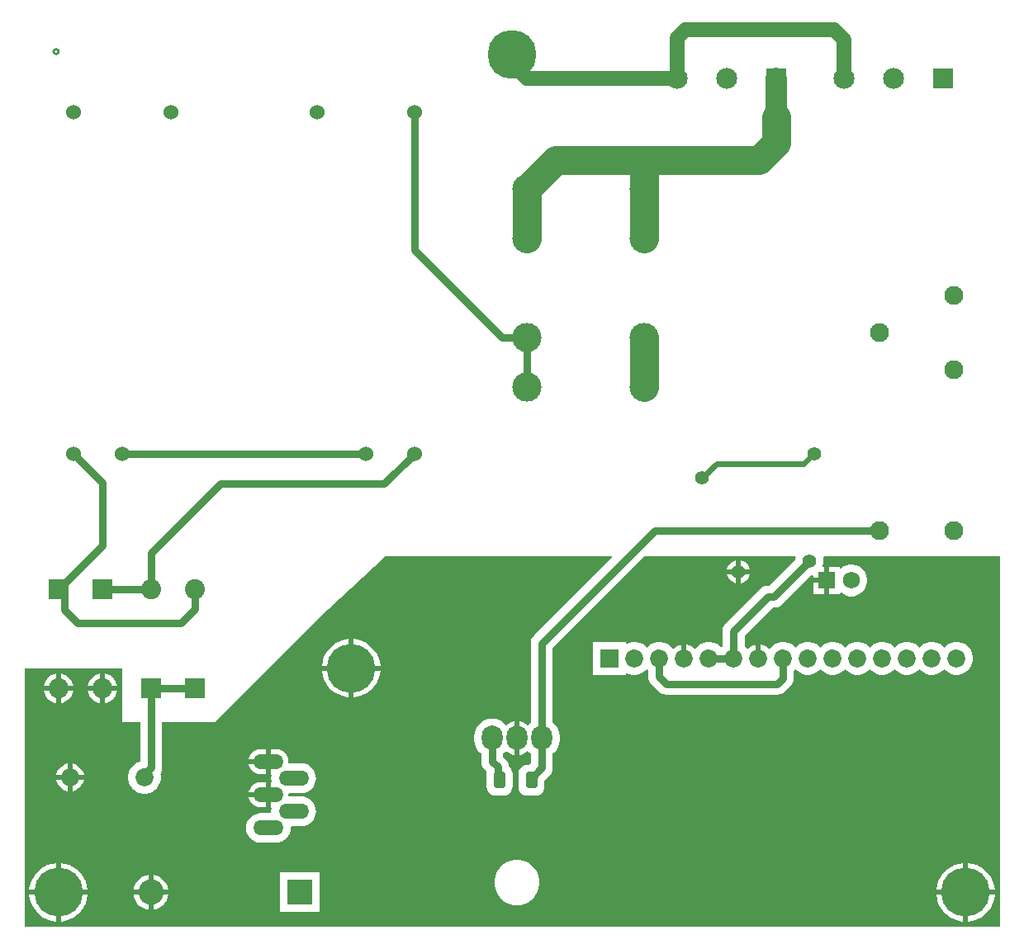
<source format=gbr>
%TF.GenerationSoftware,Altium Limited,Altium Designer,24.0.1 (36)*%
G04 Layer_Physical_Order=2*
G04 Layer_Color=16711680*
%FSLAX45Y45*%
%MOMM*%
%TF.SameCoordinates,95B5C6B2-F670-4A0E-B731-85317CB4A22F*%
%TF.FilePolarity,Positive*%
%TF.FileFunction,Copper,L2,Bot,Signal*%
%TF.Part,Single*%
G01*
G75*
%TA.AperFunction,SMDPad,CuDef*%
G04:AMPARAMS|DCode=10|XSize=1.14mm|YSize=1.63mm|CornerRadius=0.1425mm|HoleSize=0mm|Usage=FLASHONLY|Rotation=0.000|XOffset=0mm|YOffset=0mm|HoleType=Round|Shape=RoundedRectangle|*
%AMROUNDEDRECTD10*
21,1,1.14000,1.34500,0,0,0.0*
21,1,0.85500,1.63000,0,0,0.0*
1,1,0.28500,0.42750,-0.67250*
1,1,0.28500,-0.42750,-0.67250*
1,1,0.28500,-0.42750,0.67250*
1,1,0.28500,0.42750,0.67250*
%
%ADD10ROUNDEDRECTD10*%
%TA.AperFunction,Conductor*%
%ADD21C,0.60000*%
%ADD22C,1.50000*%
%ADD23C,0.75000*%
%ADD24C,3.00000*%
%ADD25C,2.20000*%
%TA.AperFunction,NonConductor*%
%ADD27C,0.25400*%
%TA.AperFunction,ComponentPad*%
%ADD28C,1.85000*%
%ADD29R,1.85000X1.85000*%
%ADD30C,5.00000*%
%ADD31C,2.15000*%
%ADD32R,2.15000X2.15000*%
%ADD33C,3.00000*%
%ADD34C,1.52400*%
%ADD35C,1.95000*%
%ADD36O,2.15000X2.50000*%
%ADD37R,1.75001X1.75001*%
%ADD38C,1.75001*%
%ADD39R,2.05000X2.05000*%
%ADD40C,2.05000*%
%ADD41C,1.85001*%
%ADD42O,3.10000X1.55000*%
%ADD43C,2.60000*%
%ADD44R,2.60000X2.60000*%
%TA.AperFunction,ViaPad*%
%ADD45C,1.40000*%
G36*
X10000000Y0D02*
X0D01*
Y2650000D01*
X1000000D01*
Y2100000D01*
X1186529D01*
Y1691151D01*
X1182142Y1690278D01*
X1151659Y1677652D01*
X1124225Y1659321D01*
X1100894Y1635990D01*
X1082563Y1608556D01*
X1069936Y1578073D01*
X1063500Y1545712D01*
Y1512717D01*
X1069936Y1480356D01*
X1082563Y1449873D01*
X1100894Y1422439D01*
X1124225Y1399108D01*
X1151659Y1380778D01*
X1182142Y1368151D01*
X1214503Y1361714D01*
X1247497D01*
X1279858Y1368151D01*
X1310341Y1380778D01*
X1337776Y1399108D01*
X1361106Y1422439D01*
X1379437Y1449873D01*
X1392064Y1480356D01*
X1398501Y1512717D01*
Y1545712D01*
X1394420Y1566229D01*
X1398269Y1571245D01*
X1409604Y1598612D01*
X1413471Y1627980D01*
Y2100000D01*
X1950000D01*
X3000000Y3150000D01*
X3700000Y3800000D01*
X6022934D01*
X6027795Y3788267D01*
X5223764Y2984236D01*
X5205731Y2960736D01*
X5194396Y2933369D01*
X5190529Y2904000D01*
Y2092133D01*
X5174328Y2078838D01*
X5160636Y2062153D01*
X5137926Y2080790D01*
X5110564Y2095415D01*
X5080875Y2104421D01*
X5075000Y2105000D01*
Y1931701D01*
Y1758401D01*
X5080875Y1758979D01*
X5110564Y1767985D01*
X5137926Y1782610D01*
X5160602Y1801220D01*
X5174328Y1784495D01*
X5190529Y1771199D01*
Y1675501D01*
X5172298Y1657270D01*
X5157250D01*
X5133951Y1654203D01*
X5112240Y1645210D01*
X5093596Y1630904D01*
X5079290Y1612260D01*
X5070297Y1590549D01*
X5067230Y1567250D01*
Y1432750D01*
X5070297Y1409451D01*
X5079290Y1387740D01*
X5093596Y1369096D01*
X5112240Y1354790D01*
X5133951Y1345797D01*
X5157250Y1342730D01*
X5242750D01*
X5266049Y1345797D01*
X5287760Y1354790D01*
X5306404Y1369096D01*
X5320710Y1387740D01*
X5329703Y1409451D01*
X5332770Y1432750D01*
Y1496798D01*
X5384236Y1548264D01*
X5402269Y1571764D01*
X5413605Y1599131D01*
X5417471Y1628500D01*
Y1771199D01*
X5433672Y1784495D01*
X5456478Y1812284D01*
X5473424Y1843988D01*
X5483859Y1878390D01*
X5487383Y1914166D01*
Y1949166D01*
X5483859Y1984943D01*
X5473424Y2019344D01*
X5456478Y2051048D01*
X5433672Y2078838D01*
X5417471Y2092133D01*
Y2856999D01*
X6360472Y3800000D01*
X7902851D01*
X7910583Y3789924D01*
X7905000Y3769090D01*
Y3765472D01*
X7636780Y3497252D01*
X7623782D01*
X7594413Y3493386D01*
X7567046Y3482050D01*
X7543545Y3464017D01*
X7189764Y3110236D01*
X7171731Y3086735D01*
X7160395Y3059368D01*
X7156529Y3030000D01*
Y2873410D01*
X7146590Y2863471D01*
X7139410D01*
X7122775Y2880106D01*
X7095341Y2898437D01*
X7064858Y2911063D01*
X7032497Y2917500D01*
X6999503D01*
X6967142Y2911063D01*
X6936659Y2898437D01*
X6909225Y2880106D01*
X6885894Y2856775D01*
X6879782Y2847627D01*
X6867143Y2846382D01*
X6849497Y2864028D01*
X6817003Y2882789D01*
X6787000Y2890828D01*
Y2750000D01*
X6737000D01*
Y2890828D01*
X6706997Y2882789D01*
X6674503Y2864028D01*
X6656857Y2846382D01*
X6644218Y2847627D01*
X6638106Y2856775D01*
X6614775Y2880106D01*
X6587341Y2898437D01*
X6556858Y2911063D01*
X6524497Y2917500D01*
X6491503D01*
X6459142Y2911063D01*
X6428659Y2898437D01*
X6401225Y2880106D01*
X6381000Y2859881D01*
X6360775Y2880106D01*
X6333341Y2898437D01*
X6302858Y2911063D01*
X6270497Y2917500D01*
X6237503D01*
X6205142Y2911063D01*
X6180200Y2900732D01*
X6167500Y2907871D01*
Y2917500D01*
X5832500D01*
Y2582500D01*
X6167500D01*
Y2592129D01*
X6180200Y2599268D01*
X6205142Y2588937D01*
X6237503Y2582500D01*
X6270497D01*
X6302858Y2588937D01*
X6333341Y2601564D01*
X6360775Y2619894D01*
X6381000Y2640119D01*
X6394529Y2626590D01*
Y2562000D01*
X6398395Y2532631D01*
X6409731Y2505264D01*
X6427764Y2481764D01*
X6499764Y2409764D01*
X6523264Y2391731D01*
X6550631Y2380396D01*
X6580000Y2376529D01*
X7720000D01*
X7749369Y2380396D01*
X7776736Y2391731D01*
X7800236Y2409764D01*
X7855236Y2464764D01*
X7873269Y2488265D01*
X7884604Y2515631D01*
X7888471Y2545000D01*
Y2623590D01*
X7905000Y2640119D01*
X7925225Y2619894D01*
X7952659Y2601564D01*
X7983142Y2588937D01*
X8015503Y2582500D01*
X8048497D01*
X8080858Y2588937D01*
X8111341Y2601564D01*
X8138775Y2619894D01*
X8159000Y2640119D01*
X8179225Y2619894D01*
X8206659Y2601564D01*
X8237142Y2588937D01*
X8269503Y2582500D01*
X8302497D01*
X8334858Y2588937D01*
X8365341Y2601564D01*
X8392775Y2619894D01*
X8413000Y2640119D01*
X8433225Y2619894D01*
X8460659Y2601564D01*
X8491142Y2588937D01*
X8523503Y2582500D01*
X8556497D01*
X8588858Y2588937D01*
X8619341Y2601564D01*
X8646775Y2619894D01*
X8667000Y2640119D01*
X8687225Y2619894D01*
X8714659Y2601564D01*
X8745142Y2588937D01*
X8777503Y2582500D01*
X8810497D01*
X8842858Y2588937D01*
X8873341Y2601564D01*
X8900775Y2619894D01*
X8921000Y2640119D01*
X8941225Y2619894D01*
X8968659Y2601564D01*
X8999142Y2588937D01*
X9031503Y2582500D01*
X9064497D01*
X9096858Y2588937D01*
X9127341Y2601564D01*
X9154775Y2619894D01*
X9175000Y2640119D01*
X9195225Y2619894D01*
X9222659Y2601564D01*
X9253142Y2588937D01*
X9285503Y2582500D01*
X9318497D01*
X9350858Y2588937D01*
X9381341Y2601564D01*
X9408775Y2619894D01*
X9429000Y2640119D01*
X9449225Y2619894D01*
X9476659Y2601564D01*
X9507142Y2588937D01*
X9539503Y2582500D01*
X9572497D01*
X9604858Y2588937D01*
X9635341Y2601564D01*
X9662775Y2619894D01*
X9686106Y2643225D01*
X9704437Y2670659D01*
X9717063Y2701142D01*
X9723500Y2733503D01*
Y2766497D01*
X9717063Y2798858D01*
X9704437Y2829341D01*
X9686106Y2856775D01*
X9662775Y2880106D01*
X9635341Y2898437D01*
X9604858Y2911063D01*
X9572497Y2917500D01*
X9539503D01*
X9507142Y2911063D01*
X9476659Y2898437D01*
X9449225Y2880106D01*
X9429000Y2859881D01*
X9408775Y2880106D01*
X9381341Y2898437D01*
X9350858Y2911063D01*
X9318497Y2917500D01*
X9285503D01*
X9253142Y2911063D01*
X9222659Y2898437D01*
X9195225Y2880106D01*
X9175000Y2859881D01*
X9154775Y2880106D01*
X9127341Y2898437D01*
X9096858Y2911063D01*
X9064497Y2917500D01*
X9031503D01*
X8999142Y2911063D01*
X8968659Y2898437D01*
X8941225Y2880106D01*
X8921000Y2859881D01*
X8900775Y2880106D01*
X8873341Y2898437D01*
X8842858Y2911063D01*
X8810497Y2917500D01*
X8777503D01*
X8745142Y2911063D01*
X8714659Y2898437D01*
X8687225Y2880106D01*
X8667000Y2859881D01*
X8646775Y2880106D01*
X8619341Y2898437D01*
X8588858Y2911063D01*
X8556497Y2917500D01*
X8523503D01*
X8491142Y2911063D01*
X8460659Y2898437D01*
X8433225Y2880106D01*
X8413000Y2859881D01*
X8392775Y2880106D01*
X8365341Y2898437D01*
X8334858Y2911063D01*
X8302497Y2917500D01*
X8269503D01*
X8237142Y2911063D01*
X8206659Y2898437D01*
X8179225Y2880106D01*
X8159000Y2859881D01*
X8138775Y2880106D01*
X8111341Y2898437D01*
X8080858Y2911063D01*
X8048497Y2917500D01*
X8015503D01*
X7983142Y2911063D01*
X7952659Y2898437D01*
X7925225Y2880106D01*
X7905000Y2859881D01*
X7884775Y2880106D01*
X7857341Y2898437D01*
X7826858Y2911063D01*
X7794497Y2917500D01*
X7761503D01*
X7729142Y2911063D01*
X7698659Y2898437D01*
X7671225Y2880106D01*
X7647894Y2856775D01*
X7641782Y2847627D01*
X7629143Y2846382D01*
X7611497Y2864028D01*
X7579003Y2882789D01*
X7549000Y2890828D01*
Y2750000D01*
X7499000D01*
Y2890828D01*
X7468997Y2882789D01*
X7436503Y2864028D01*
X7418857Y2846382D01*
X7406218Y2847627D01*
X7400106Y2856775D01*
X7383471Y2873410D01*
Y2982999D01*
X7670783Y3270310D01*
X7683781D01*
X7713150Y3274177D01*
X7740517Y3285513D01*
X7764017Y3303545D01*
X8065472Y3605000D01*
X8069090D01*
X8075424Y3606697D01*
X8085500Y3598966D01*
Y3575000D01*
X8198000D01*
Y3687500D01*
X8194896D01*
X8186771Y3700201D01*
X8195000Y3730910D01*
Y3769090D01*
X8189417Y3789924D01*
X8197148Y3800000D01*
X10000000D01*
Y0D01*
D02*
G37*
%LPC*%
G36*
X8493005Y3712501D02*
X8460995D01*
X8429600Y3706256D01*
X8400027Y3694006D01*
X8373412Y3676223D01*
X8372234Y3675044D01*
X8360500Y3679905D01*
Y3687500D01*
X8248000D01*
Y3550000D01*
Y3412500D01*
X8360500D01*
Y3420096D01*
X8372234Y3424956D01*
X8373412Y3423778D01*
X8400027Y3405994D01*
X8429600Y3393744D01*
X8460995Y3387499D01*
X8493005D01*
X8524400Y3393744D01*
X8553973Y3405994D01*
X8580588Y3423778D01*
X8603223Y3446412D01*
X8621006Y3473027D01*
X8633256Y3502600D01*
X8639501Y3533995D01*
Y3566005D01*
X8633256Y3597400D01*
X8621006Y3626973D01*
X8603223Y3653588D01*
X8580588Y3676223D01*
X8553973Y3694006D01*
X8524400Y3706256D01*
X8493005Y3712501D01*
D02*
G37*
G36*
X7346400Y3756434D02*
Y3663900D01*
X7438934D01*
X7433222Y3685218D01*
X7417424Y3712582D01*
X7395081Y3734924D01*
X7367718Y3750722D01*
X7346400Y3756434D01*
D02*
G37*
G36*
X7296400D02*
X7275082Y3750722D01*
X7247718Y3734924D01*
X7225376Y3712582D01*
X7209578Y3685218D01*
X7203866Y3663900D01*
X7296400D01*
Y3756434D01*
D02*
G37*
G36*
X7438934Y3613900D02*
X7346400D01*
Y3521366D01*
X7367718Y3527078D01*
X7395081Y3542877D01*
X7417424Y3565219D01*
X7433222Y3592582D01*
X7438934Y3613900D01*
D02*
G37*
G36*
X7296400D02*
X7203866D01*
X7209578Y3592582D01*
X7225376Y3565219D01*
X7247718Y3542877D01*
X7275082Y3527078D01*
X7296400Y3521366D01*
Y3613900D01*
D02*
G37*
G36*
X8198000Y3525000D02*
X8085500D01*
Y3412500D01*
X8198000D01*
Y3525000D01*
D02*
G37*
G36*
X3375000Y2949780D02*
Y2675000D01*
X3649780D01*
X3642613Y2720250D01*
X3628021Y2765160D01*
X3606583Y2807234D01*
X3578827Y2845437D01*
X3545437Y2878827D01*
X3507234Y2906583D01*
X3465160Y2928021D01*
X3420250Y2942613D01*
X3375000Y2949780D01*
D02*
G37*
G36*
X3325000D02*
X3279750Y2942613D01*
X3234840Y2928021D01*
X3192766Y2906583D01*
X3154563Y2878827D01*
X3121173Y2845437D01*
X3093417Y2807234D01*
X3071979Y2765160D01*
X3057387Y2720250D01*
X3050220Y2675000D01*
X3325000D01*
Y2949780D01*
D02*
G37*
G36*
X825000Y2592515D02*
Y2467000D01*
X950515D01*
X946639Y2486482D01*
X935143Y2514236D01*
X918454Y2539213D01*
X897213Y2560454D01*
X872236Y2577143D01*
X844482Y2588639D01*
X825000Y2592515D01*
D02*
G37*
G36*
X375000D02*
Y2467000D01*
X500515D01*
X496639Y2486482D01*
X485144Y2514236D01*
X468454Y2539213D01*
X447213Y2560454D01*
X422236Y2577143D01*
X394483Y2588639D01*
X375000Y2592515D01*
D02*
G37*
G36*
X775000Y2592514D02*
X755517Y2588639D01*
X727764Y2577143D01*
X702787Y2560454D01*
X681546Y2539213D01*
X664856Y2514236D01*
X653361Y2486482D01*
X649485Y2467000D01*
X775000D01*
Y2592514D01*
D02*
G37*
G36*
X325000D02*
X305518Y2588639D01*
X277764Y2577143D01*
X252787Y2560454D01*
X231546Y2539213D01*
X214857Y2514236D01*
X203361Y2486482D01*
X199485Y2467000D01*
X325000D01*
Y2592514D01*
D02*
G37*
G36*
X3649780Y2625000D02*
X3375000D01*
Y2350220D01*
X3420250Y2357387D01*
X3465160Y2371979D01*
X3507234Y2393417D01*
X3545437Y2421173D01*
X3578827Y2454563D01*
X3606583Y2492766D01*
X3628021Y2534840D01*
X3642613Y2579750D01*
X3649780Y2625000D01*
D02*
G37*
G36*
X3325000D02*
X3050220D01*
X3057387Y2579750D01*
X3071979Y2534840D01*
X3093417Y2492766D01*
X3121173Y2454563D01*
X3154563Y2421173D01*
X3192766Y2393417D01*
X3234840Y2371979D01*
X3279750Y2357387D01*
X3325000Y2350220D01*
Y2625000D01*
D02*
G37*
G36*
X775000Y2417000D02*
X649485D01*
X653361Y2397517D01*
X664856Y2369764D01*
X681546Y2344787D01*
X702787Y2323546D01*
X727764Y2306856D01*
X755517Y2295361D01*
X775000Y2291485D01*
Y2417000D01*
D02*
G37*
G36*
X325000D02*
X199486D01*
X203361Y2397517D01*
X214857Y2369764D01*
X231546Y2344787D01*
X252787Y2323546D01*
X277764Y2306856D01*
X305518Y2295361D01*
X325000Y2291485D01*
Y2417000D01*
D02*
G37*
G36*
X950514D02*
X825000D01*
Y2291485D01*
X844482Y2295361D01*
X872236Y2306856D01*
X897213Y2323546D01*
X918454Y2344787D01*
X935143Y2369764D01*
X946639Y2397517D01*
X950514Y2417000D01*
D02*
G37*
G36*
X500515D02*
X375000D01*
Y2291485D01*
X394483Y2295361D01*
X422236Y2306856D01*
X447213Y2323546D01*
X468454Y2344787D01*
X485144Y2369764D01*
X496639Y2397517D01*
X500515Y2417000D01*
D02*
G37*
G36*
X4796000Y2132583D02*
X4760224Y2129060D01*
X4725822Y2118624D01*
X4694118Y2101678D01*
X4666328Y2078872D01*
X4643523Y2051083D01*
X4626576Y2019378D01*
X4616141Y1984977D01*
X4612617Y1949200D01*
Y1914200D01*
X4616141Y1878424D01*
X4626576Y1844022D01*
X4643523Y1812318D01*
X4666328Y1784529D01*
X4682529Y1771233D01*
Y1694200D01*
X4686396Y1664832D01*
X4697731Y1637465D01*
X4715764Y1613964D01*
X4739029Y1590699D01*
Y1519500D01*
X4739230Y1517974D01*
Y1432750D01*
X4742297Y1409451D01*
X4751290Y1387740D01*
X4765596Y1369096D01*
X4784240Y1354790D01*
X4805951Y1345797D01*
X4829250Y1342730D01*
X4914750D01*
X4938049Y1345797D01*
X4959760Y1354790D01*
X4978404Y1369096D01*
X4992710Y1387740D01*
X5001703Y1409451D01*
X5004770Y1432750D01*
Y1567250D01*
X5001703Y1590549D01*
X4992710Y1612260D01*
X4978404Y1630904D01*
X4965569Y1640752D01*
X4962105Y1667069D01*
X4950769Y1694436D01*
X4932736Y1717936D01*
X4909471Y1741201D01*
Y1771233D01*
X4925672Y1784529D01*
X4939381Y1801234D01*
X4962074Y1782610D01*
X4989436Y1767985D01*
X5019125Y1758979D01*
X5025000Y1758401D01*
Y1931701D01*
Y2105000D01*
X5019125Y2104421D01*
X4989436Y2095415D01*
X4962074Y2080790D01*
X4939381Y2062167D01*
X4925672Y2078872D01*
X4897882Y2101678D01*
X4866178Y2118624D01*
X4831776Y2129060D01*
X4796000Y2132583D01*
D02*
G37*
G36*
X2475000Y1818600D02*
X2422500D01*
X2389216Y1814218D01*
X2358200Y1801371D01*
X2331566Y1780934D01*
X2311129Y1754300D01*
X2298282Y1723284D01*
X2297191Y1715000D01*
X2475000D01*
Y1818600D01*
D02*
G37*
G36*
Y1665000D02*
X2297191D01*
X2298282Y1656716D01*
X2311129Y1625700D01*
X2331566Y1599066D01*
X2358200Y1578629D01*
X2389216Y1565782D01*
X2422500Y1561400D01*
X2475000D01*
Y1665000D01*
D02*
G37*
G36*
X494000Y1670043D02*
Y1554215D01*
X609829D01*
X601789Y1584218D01*
X583029Y1616712D01*
X556497Y1643243D01*
X524003Y1662004D01*
X494000Y1670043D01*
D02*
G37*
G36*
X444000D02*
X413997Y1662004D01*
X381503Y1643243D01*
X354971Y1616712D01*
X336211Y1584218D01*
X328172Y1554215D01*
X444000D01*
Y1670043D01*
D02*
G37*
G36*
X609829Y1504215D02*
X494000D01*
Y1388386D01*
X524003Y1396425D01*
X556497Y1415186D01*
X583029Y1441717D01*
X601789Y1474211D01*
X609829Y1504215D01*
D02*
G37*
G36*
X444000D02*
X328172D01*
X336211Y1474211D01*
X354971Y1441717D01*
X381503Y1415186D01*
X413997Y1396425D01*
X444000Y1388386D01*
Y1504215D01*
D02*
G37*
G36*
X2475000Y1478600D02*
X2422500D01*
X2389216Y1474218D01*
X2358200Y1461371D01*
X2331566Y1440934D01*
X2311129Y1414300D01*
X2298282Y1383284D01*
X2297191Y1375000D01*
X2475000D01*
Y1478600D01*
D02*
G37*
G36*
Y1325000D02*
X2297191D01*
X2298282Y1316716D01*
X2311129Y1285700D01*
X2331566Y1259066D01*
X2358200Y1238629D01*
X2389216Y1225782D01*
X2422500Y1221400D01*
X2475000D01*
Y1325000D01*
D02*
G37*
G36*
X2577500Y1818600D02*
X2525000D01*
Y1690000D01*
Y1561400D01*
X2525037D01*
X2531291Y1552968D01*
X2532089Y1548700D01*
X2529262Y1520000D01*
X2532089Y1491300D01*
X2531290Y1487032D01*
X2525037Y1478600D01*
X2525000D01*
Y1350000D01*
Y1221400D01*
X2525037D01*
X2531290Y1212968D01*
X2532089Y1208700D01*
X2529262Y1180000D01*
X2529986Y1172648D01*
X2521457Y1163238D01*
X2422500D01*
X2392605Y1160294D01*
X2363858Y1151574D01*
X2337366Y1137413D01*
X2314144Y1118356D01*
X2295087Y1095134D01*
X2280927Y1068642D01*
X2272207Y1039895D01*
X2269262Y1010000D01*
X2272207Y980105D01*
X2280927Y951358D01*
X2295087Y924866D01*
X2314144Y901644D01*
X2337366Y882587D01*
X2363858Y868427D01*
X2392605Y859706D01*
X2422500Y856762D01*
X2577500D01*
X2607395Y859706D01*
X2636142Y868427D01*
X2662635Y882587D01*
X2685856Y901644D01*
X2704913Y924866D01*
X2719074Y951358D01*
X2727794Y980105D01*
X2730738Y1010000D01*
X2730014Y1017352D01*
X2738543Y1026762D01*
X2837500D01*
X2867395Y1029707D01*
X2896142Y1038427D01*
X2922634Y1052587D01*
X2945856Y1071645D01*
X2964913Y1094866D01*
X2979074Y1121358D01*
X2987794Y1150105D01*
X2990738Y1180000D01*
X2987794Y1209895D01*
X2979074Y1238642D01*
X2964913Y1265135D01*
X2945856Y1288356D01*
X2922634Y1307413D01*
X2896142Y1321574D01*
X2867395Y1330294D01*
X2837500Y1333238D01*
X2713524D01*
X2705150Y1342787D01*
X2706100Y1350000D01*
X2705150Y1357213D01*
X2713524Y1366762D01*
X2837500D01*
X2867395Y1369706D01*
X2896142Y1378427D01*
X2922634Y1392587D01*
X2945856Y1411644D01*
X2964913Y1434866D01*
X2979074Y1461358D01*
X2987794Y1490105D01*
X2990738Y1520000D01*
X2987794Y1549895D01*
X2979074Y1578642D01*
X2964913Y1605134D01*
X2945856Y1628356D01*
X2922634Y1647413D01*
X2896142Y1661574D01*
X2867395Y1670294D01*
X2837500Y1673238D01*
X2713524D01*
X2705150Y1682787D01*
X2706100Y1690000D01*
X2701718Y1723284D01*
X2688871Y1754300D01*
X2668434Y1780934D01*
X2641800Y1801371D01*
X2610784Y1814218D01*
X2577500Y1818600D01*
D02*
G37*
G36*
X9675000Y649780D02*
Y375000D01*
X9949780D01*
X9942613Y420250D01*
X9928021Y465160D01*
X9906583Y507234D01*
X9878827Y545437D01*
X9845436Y578827D01*
X9807234Y606583D01*
X9765160Y628021D01*
X9720250Y642613D01*
X9675000Y649780D01*
D02*
G37*
G36*
X9625000D02*
X9579750Y642613D01*
X9534840Y628021D01*
X9492766Y606583D01*
X9454563Y578827D01*
X9421173Y545437D01*
X9393417Y507234D01*
X9371979Y465160D01*
X9357387Y420250D01*
X9350220Y375000D01*
X9625000D01*
Y649780D01*
D02*
G37*
G36*
X1322714Y528554D02*
Y375000D01*
X1476268D01*
X1470797Y402504D01*
X1457228Y435262D01*
X1437530Y464743D01*
X1412458Y489815D01*
X1382976Y509514D01*
X1350219Y523083D01*
X1322714Y528554D01*
D02*
G37*
G36*
X1272714D02*
X1245210Y523083D01*
X1212452Y509514D01*
X1182971Y489815D01*
X1157899Y464743D01*
X1138201Y435262D01*
X1124632Y402504D01*
X1119161Y375000D01*
X1272714D01*
Y528554D01*
D02*
G37*
G36*
X375000Y649780D02*
Y375000D01*
X649780D01*
X642613Y420250D01*
X628021Y465160D01*
X606583Y507234D01*
X578827Y545437D01*
X545437Y578827D01*
X507234Y606583D01*
X465160Y628021D01*
X420250Y642613D01*
X375000Y649780D01*
D02*
G37*
G36*
X325000D02*
X279750Y642613D01*
X234840Y628021D01*
X192766Y606583D01*
X154563Y578827D01*
X121173Y545437D01*
X93417Y507234D01*
X71979Y465160D01*
X57387Y420250D01*
X50220Y375000D01*
X325000D01*
Y649780D01*
D02*
G37*
G36*
X5072899Y682500D02*
X5027101D01*
X4982182Y673565D01*
X4939870Y656039D01*
X4901790Y630595D01*
X4869406Y598210D01*
X4843961Y560130D01*
X4826435Y517818D01*
X4817500Y472899D01*
Y427101D01*
X4826435Y382182D01*
X4843961Y339870D01*
X4869406Y301790D01*
X4901790Y269406D01*
X4939870Y243961D01*
X4982182Y226435D01*
X5027101Y217500D01*
X5072899D01*
X5117818Y226435D01*
X5160130Y243961D01*
X5198210Y269406D01*
X5230595Y301790D01*
X5256039Y339870D01*
X5273565Y382182D01*
X5282500Y427101D01*
Y472899D01*
X5273565Y517818D01*
X5256039Y560130D01*
X5230595Y598210D01*
X5198210Y630595D01*
X5160130Y656039D01*
X5117818Y673565D01*
X5072899Y682500D01*
D02*
G37*
G36*
X1476268Y325000D02*
X1322714D01*
Y171446D01*
X1350219Y176917D01*
X1382976Y190486D01*
X1412458Y210185D01*
X1437530Y235257D01*
X1457228Y264738D01*
X1470797Y297496D01*
X1476268Y325000D01*
D02*
G37*
G36*
X1272714D02*
X1119161D01*
X1124632Y297496D01*
X1138201Y264738D01*
X1157899Y235257D01*
X1182971Y210185D01*
X1212452Y190486D01*
X1245210Y176917D01*
X1272714Y171446D01*
Y325000D01*
D02*
G37*
G36*
X3026715Y555000D02*
X2616714D01*
Y145000D01*
X3026715D01*
Y555000D01*
D02*
G37*
G36*
X9949780Y325000D02*
X9675000D01*
Y50220D01*
X9720250Y57387D01*
X9765160Y71979D01*
X9807234Y93417D01*
X9845436Y121173D01*
X9878827Y154563D01*
X9906583Y192766D01*
X9928021Y234840D01*
X9942613Y279750D01*
X9949780Y325000D01*
D02*
G37*
G36*
X9625000D02*
X9350220D01*
X9357387Y279750D01*
X9371979Y234840D01*
X9393417Y192766D01*
X9421173Y154563D01*
X9454563Y121173D01*
X9492766Y93417D01*
X9534840Y71979D01*
X9579750Y57387D01*
X9625000Y50220D01*
Y325000D01*
D02*
G37*
G36*
X649780D02*
X375000D01*
Y50220D01*
X420250Y57387D01*
X465160Y71979D01*
X507234Y93417D01*
X545437Y121173D01*
X578827Y154563D01*
X606583Y192766D01*
X628021Y234840D01*
X642613Y279750D01*
X649780Y325000D01*
D02*
G37*
G36*
X325000D02*
X50220D01*
X57387Y279750D01*
X71979Y234840D01*
X93417Y192766D01*
X121173Y154563D01*
X154563Y121173D01*
X192766Y93417D01*
X234840Y71979D01*
X279750Y57387D01*
X325000Y50220D01*
Y325000D01*
D02*
G37*
%LPD*%
D10*
X4872000Y1500000D02*
D03*
X5200000D02*
D03*
D21*
X7990294Y4750000D02*
X8090294Y4850000D01*
X6950000Y4600000D02*
X7100000Y4750000D01*
X7990294D01*
X8090294Y4850000D02*
X8100000D01*
D22*
X5000000Y8855291D02*
Y8950000D01*
Y8855291D02*
X5155290Y8700000D01*
X5000000Y8950000D02*
X5012868D01*
X5155290Y8700000D02*
X6692000D01*
X8300000Y9200000D02*
X8400000Y9100000D01*
Y8700000D02*
Y9100000D01*
X6779868Y9200000D02*
X8300000D01*
X6692000Y9112132D02*
X6779868Y9200000D01*
X6692000Y8700000D02*
Y9112132D01*
D23*
X4000000Y6940000D02*
X4897700Y6042300D01*
X5150800D01*
Y5534300D02*
Y6042300D01*
X5304000Y1931666D02*
Y2904000D01*
X6464000Y4064000D02*
X8763000D01*
X5304000Y2904000D02*
X6464000Y4064000D01*
X7270000Y3030000D02*
X7623782Y3383781D01*
X7683781D01*
X8050000Y3750000D01*
X7270000Y2750000D02*
Y3030000D01*
X1231000Y1529215D02*
Y1558981D01*
X1300000Y1627980D02*
Y2442000D01*
X1231000Y1558981D02*
X1300000Y1627980D01*
X7720000Y2490000D02*
X7775000Y2545000D01*
Y2747000D02*
X7778000Y2750000D01*
X7775000Y2545000D02*
Y2747000D01*
X6580000Y2490000D02*
X7720000D01*
X6508000Y2562000D02*
Y2750000D01*
Y2562000D02*
X6580000Y2490000D01*
X4852500Y1519500D02*
Y1637700D01*
Y1519500D02*
X4872000Y1500000D01*
X4796000Y1694200D02*
X4852500Y1637700D01*
X4796000Y1694200D02*
Y1931700D01*
X5304000Y1628500D02*
Y1931666D01*
X5200000Y1524500D02*
X5304000Y1628500D01*
X5200000Y1500000D02*
Y1524500D01*
X800000Y3458000D02*
X1300000D01*
Y2442000D02*
X1750000D01*
Y3260000D02*
Y3458000D01*
X1600000Y3110000D02*
X1750000Y3260000D01*
X550000Y3110000D02*
X1600000D01*
X410000Y3250000D02*
X550000Y3110000D01*
X410000Y3250000D02*
Y3398000D01*
X350000Y3458000D02*
X410000Y3398000D01*
X3690000Y4540000D02*
X4000000Y4850000D01*
X1300000Y3830000D02*
X2010000Y4540000D01*
X3690000D01*
X1300000Y3458000D02*
Y3830000D01*
X500000Y4850000D02*
X800000Y4550000D01*
X350000Y3458000D02*
X800000Y3908000D01*
Y4550000D01*
X1000000Y4850000D02*
X3500000D01*
X7016000Y2750000D02*
X7270000D01*
X4000000Y6940000D02*
Y8350000D01*
D24*
X5150800Y7566300D02*
X5450800Y7866300D01*
X6200800D01*
X5150800Y7058300D02*
Y7566300D01*
X6350800Y5534300D02*
Y6042300D01*
Y7566300D02*
Y7866300D01*
Y7058300D02*
Y7566300D01*
X6215496Y7866300D02*
X7532264D01*
X7708000Y8042036D02*
Y8300000D01*
X7532264Y7866300D02*
X7708000Y8042036D01*
D25*
Y8300000D02*
Y8700000D01*
D27*
X350000Y8975000D02*
G03*
X350000Y8975000I-25000J0D01*
G01*
D28*
X9048000Y2750000D02*
D03*
X8794000D02*
D03*
X8540000D02*
D03*
X8286000D02*
D03*
X8032000D02*
D03*
X6762000D02*
D03*
X6508000D02*
D03*
X6254000D02*
D03*
X7016000D02*
D03*
X7270000D02*
D03*
X7524000D02*
D03*
X7778000D02*
D03*
X9302000D02*
D03*
X9556000D02*
D03*
D29*
X6000000D02*
D03*
D30*
X3350000Y2650000D02*
D03*
X9650000Y350000D02*
D03*
X5000000Y8950000D02*
D03*
X350000Y350000D02*
D03*
D31*
X8400000Y8700000D02*
D03*
X8908000D02*
D03*
X6692000D02*
D03*
X7200000D02*
D03*
D32*
X9416000D02*
D03*
X7708000D02*
D03*
D33*
X6350800Y5534300D02*
D03*
Y6042300D02*
D03*
Y7058300D02*
D03*
Y7566300D02*
D03*
X5150800Y5534300D02*
D03*
Y6042300D02*
D03*
Y7058300D02*
D03*
Y7566300D02*
D03*
D34*
X500000Y8350000D02*
D03*
X4000000D02*
D03*
X1500000D02*
D03*
X3000000D02*
D03*
X500000Y4850000D02*
D03*
X4000000D02*
D03*
X3500000D02*
D03*
X1000000D02*
D03*
D35*
X9525000Y6477000D02*
D03*
Y5715000D02*
D03*
X8763000Y6096000D02*
D03*
X9525000Y4064000D02*
D03*
X8763000D02*
D03*
D36*
X5304000Y1931666D02*
D03*
X5050000Y1931700D02*
D03*
X4796000D02*
D03*
D37*
X8223000Y3550000D02*
D03*
D38*
X8477000D02*
D03*
D39*
X1300000Y2442000D02*
D03*
X800000Y3458000D02*
D03*
X350000D02*
D03*
X1750000Y2442000D02*
D03*
D40*
X1300000Y3458000D02*
D03*
X800000Y2442000D02*
D03*
X350000D02*
D03*
X1750000Y3458000D02*
D03*
D41*
X1231000Y1529215D02*
D03*
X469000D02*
D03*
D42*
X2500000Y1690000D02*
D03*
X2760000Y1520000D02*
D03*
X2500000Y1350000D02*
D03*
X2760000Y1180000D02*
D03*
X2500000Y1010000D02*
D03*
D43*
X1297714Y350000D02*
D03*
D44*
X2821714D02*
D03*
D45*
X4625000Y275000D02*
D03*
Y475000D02*
D03*
Y675000D02*
D03*
X5475000D02*
D03*
Y475000D02*
D03*
Y275000D02*
D03*
X7321400Y3638900D02*
D03*
X8050000Y3750000D02*
D03*
X6950000Y4600000D02*
D03*
X8100000Y4850000D02*
D03*
%TF.MD5,35ed5eb8d1bca2adeda1d2c757c90d23*%
M02*

</source>
